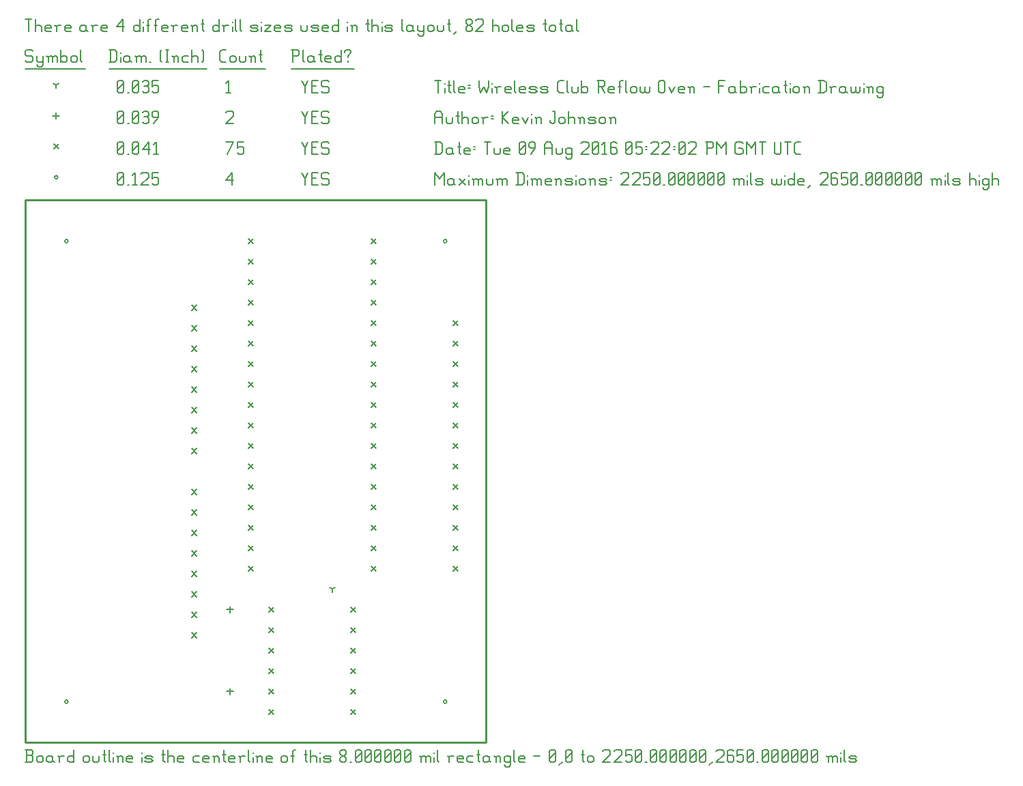
<source format=gbr>
G04 start of page 8 for group -3984 idx -3984 *
G04 Title: Wireless Club Reflow Oven, fab *
G04 Creator: pcb 20110918 *
G04 CreationDate: Tue 09 Aug 2016 05:22:02 PM GMT UTC *
G04 For: kevin *
G04 Format: Gerber/RS-274X *
G04 PCB-Dimensions: 225000 265000 *
G04 PCB-Coordinate-Origin: lower left *
%MOIN*%
%FSLAX25Y25*%
%LNFAB*%
%ADD49C,0.0100*%
%ADD48C,0.0075*%
%ADD47C,0.0060*%
%ADD46C,0.0080*%
G54D46*X19200Y245000D02*G75*G03X20800Y245000I800J0D01*G01*
G75*G03X19200Y245000I-800J0D01*G01*
X204200D02*G75*G03X205800Y245000I800J0D01*G01*
G75*G03X204200Y245000I-800J0D01*G01*
Y20000D02*G75*G03X205800Y20000I800J0D01*G01*
G75*G03X204200Y20000I-800J0D01*G01*
X19200D02*G75*G03X20800Y20000I800J0D01*G01*
G75*G03X19200Y20000I-800J0D01*G01*
X14200Y276250D02*G75*G03X15800Y276250I800J0D01*G01*
G75*G03X14200Y276250I-800J0D01*G01*
G54D47*X135000Y278500D02*X136500Y275500D01*
X138000Y278500D01*
X136500Y275500D02*Y272500D01*
X139800Y275800D02*X142050D01*
X139800Y272500D02*X142800D01*
X139800Y278500D02*Y272500D01*
Y278500D02*X142800D01*
X147600D02*X148350Y277750D01*
X145350Y278500D02*X147600D01*
X144600Y277750D02*X145350Y278500D01*
X144600Y277750D02*Y276250D01*
X145350Y275500D01*
X147600D01*
X148350Y274750D01*
Y273250D01*
X147600Y272500D02*X148350Y273250D01*
X145350Y272500D02*X147600D01*
X144600Y273250D02*X145350Y272500D01*
X98000Y274750D02*X101000Y278500D01*
X98000Y274750D02*X101750D01*
X101000Y278500D02*Y272500D01*
X45000Y273250D02*X45750Y272500D01*
X45000Y277750D02*Y273250D01*
Y277750D02*X45750Y278500D01*
X47250D01*
X48000Y277750D01*
Y273250D01*
X47250Y272500D02*X48000Y273250D01*
X45750Y272500D02*X47250D01*
X45000Y274000D02*X48000Y277000D01*
X49800Y272500D02*X50550D01*
X52350Y277300D02*X53550Y278500D01*
Y272500D01*
X52350D02*X54600D01*
X56400Y277750D02*X57150Y278500D01*
X59400D01*
X60150Y277750D01*
Y276250D01*
X56400Y272500D02*X60150Y276250D01*
X56400Y272500D02*X60150D01*
X61950Y278500D02*X64950D01*
X61950D02*Y275500D01*
X62700Y276250D01*
X64200D01*
X64950Y275500D01*
Y273250D01*
X64200Y272500D02*X64950Y273250D01*
X62700Y272500D02*X64200D01*
X61950Y273250D02*X62700Y272500D01*
X108800Y246200D02*X111200Y243800D01*
X108800D02*X111200Y246200D01*
X108800Y236200D02*X111200Y233800D01*
X108800D02*X111200Y236200D01*
X108800Y226200D02*X111200Y223800D01*
X108800D02*X111200Y226200D01*
X108800Y216200D02*X111200Y213800D01*
X108800D02*X111200Y216200D01*
X108800Y206200D02*X111200Y203800D01*
X108800D02*X111200Y206200D01*
X108800Y196200D02*X111200Y193800D01*
X108800D02*X111200Y196200D01*
X108800Y186200D02*X111200Y183800D01*
X108800D02*X111200Y186200D01*
X108800Y176200D02*X111200Y173800D01*
X108800D02*X111200Y176200D01*
X108800Y166200D02*X111200Y163800D01*
X108800D02*X111200Y166200D01*
X108800Y156200D02*X111200Y153800D01*
X108800D02*X111200Y156200D01*
X108800Y146200D02*X111200Y143800D01*
X108800D02*X111200Y146200D01*
X108800Y136200D02*X111200Y133800D01*
X108800D02*X111200Y136200D01*
X108800Y126200D02*X111200Y123800D01*
X108800D02*X111200Y126200D01*
X108800Y116200D02*X111200Y113800D01*
X108800D02*X111200Y116200D01*
X108800Y106200D02*X111200Y103800D01*
X108800D02*X111200Y106200D01*
X108800Y96200D02*X111200Y93800D01*
X108800D02*X111200Y96200D01*
X108800Y86200D02*X111200Y83800D01*
X108800D02*X111200Y86200D01*
X168800D02*X171200Y83800D01*
X168800D02*X171200Y86200D01*
X168800Y96200D02*X171200Y93800D01*
X168800D02*X171200Y96200D01*
X168800Y106200D02*X171200Y103800D01*
X168800D02*X171200Y106200D01*
X168800Y116200D02*X171200Y113800D01*
X168800D02*X171200Y116200D01*
X168800Y126200D02*X171200Y123800D01*
X168800D02*X171200Y126200D01*
X168800Y136200D02*X171200Y133800D01*
X168800D02*X171200Y136200D01*
X168800Y146200D02*X171200Y143800D01*
X168800D02*X171200Y146200D01*
X168800Y156200D02*X171200Y153800D01*
X168800D02*X171200Y156200D01*
X168800Y166200D02*X171200Y163800D01*
X168800D02*X171200Y166200D01*
X168800Y176200D02*X171200Y173800D01*
X168800D02*X171200Y176200D01*
X168800Y186200D02*X171200Y183800D01*
X168800D02*X171200Y186200D01*
X168800Y196200D02*X171200Y193800D01*
X168800D02*X171200Y196200D01*
X168800Y206200D02*X171200Y203800D01*
X168800D02*X171200Y206200D01*
X168800Y216200D02*X171200Y213800D01*
X168800D02*X171200Y216200D01*
X168800Y226200D02*X171200Y223800D01*
X168800D02*X171200Y226200D01*
X168800Y236200D02*X171200Y233800D01*
X168800D02*X171200Y236200D01*
X168800Y246200D02*X171200Y243800D01*
X168800D02*X171200Y246200D01*
X118800Y66200D02*X121200Y63800D01*
X118800D02*X121200Y66200D01*
X118800Y56200D02*X121200Y53800D01*
X118800D02*X121200Y56200D01*
X118800Y36200D02*X121200Y33800D01*
X118800D02*X121200Y36200D01*
X118800Y46200D02*X121200Y43800D01*
X118800D02*X121200Y46200D01*
X118800Y26200D02*X121200Y23800D01*
X118800D02*X121200Y26200D01*
X118800Y16200D02*X121200Y13800D01*
X118800D02*X121200Y16200D01*
X158800D02*X161200Y13800D01*
X158800D02*X161200Y16200D01*
X158800Y26200D02*X161200Y23800D01*
X158800D02*X161200Y26200D01*
X158800Y36200D02*X161200Y33800D01*
X158800D02*X161200Y36200D01*
X158800Y46200D02*X161200Y43800D01*
X158800D02*X161200Y46200D01*
X158800Y56200D02*X161200Y53800D01*
X158800D02*X161200Y56200D01*
X158800Y66200D02*X161200Y63800D01*
X158800D02*X161200Y66200D01*
X208800Y206200D02*X211200Y203800D01*
X208800D02*X211200Y206200D01*
X208800Y196200D02*X211200Y193800D01*
X208800D02*X211200Y196200D01*
X208800Y186200D02*X211200Y183800D01*
X208800D02*X211200Y186200D01*
X208800Y176200D02*X211200Y173800D01*
X208800D02*X211200Y176200D01*
X208800Y166200D02*X211200Y163800D01*
X208800D02*X211200Y166200D01*
X208800Y156200D02*X211200Y153800D01*
X208800D02*X211200Y156200D01*
X208800Y146200D02*X211200Y143800D01*
X208800D02*X211200Y146200D01*
X208800Y136200D02*X211200Y133800D01*
X208800D02*X211200Y136200D01*
X208800Y126200D02*X211200Y123800D01*
X208800D02*X211200Y126200D01*
X208800Y116200D02*X211200Y113800D01*
X208800D02*X211200Y116200D01*
X208800Y106200D02*X211200Y103800D01*
X208800D02*X211200Y106200D01*
X208800Y96200D02*X211200Y93800D01*
X208800D02*X211200Y96200D01*
X208800Y86200D02*X211200Y83800D01*
X208800D02*X211200Y86200D01*
X81300Y213700D02*X83700Y211300D01*
X81300D02*X83700Y213700D01*
X81300Y203700D02*X83700Y201300D01*
X81300D02*X83700Y203700D01*
X81300Y193700D02*X83700Y191300D01*
X81300D02*X83700Y193700D01*
X81300Y183700D02*X83700Y181300D01*
X81300D02*X83700Y183700D01*
X81300Y163700D02*X83700Y161300D01*
X81300D02*X83700Y163700D01*
X81300Y173700D02*X83700Y171300D01*
X81300D02*X83700Y173700D01*
X81300Y153700D02*X83700Y151300D01*
X81300D02*X83700Y153700D01*
X81300Y143700D02*X83700Y141300D01*
X81300D02*X83700Y143700D01*
X81300Y123700D02*X83700Y121300D01*
X81300D02*X83700Y123700D01*
X81300Y113700D02*X83700Y111300D01*
X81300D02*X83700Y113700D01*
X81300Y103700D02*X83700Y101300D01*
X81300D02*X83700Y103700D01*
X81300Y93700D02*X83700Y91300D01*
X81300D02*X83700Y93700D01*
X81300Y73700D02*X83700Y71300D01*
X81300D02*X83700Y73700D01*
X81300Y83700D02*X83700Y81300D01*
X81300D02*X83700Y83700D01*
X81300Y63700D02*X83700Y61300D01*
X81300D02*X83700Y63700D01*
X81300Y53700D02*X83700Y51300D01*
X81300D02*X83700Y53700D01*
X13800Y292450D02*X16200Y290050D01*
X13800D02*X16200Y292450D01*
X135000Y293500D02*X136500Y290500D01*
X138000Y293500D01*
X136500Y290500D02*Y287500D01*
X139800Y290800D02*X142050D01*
X139800Y287500D02*X142800D01*
X139800Y293500D02*Y287500D01*
Y293500D02*X142800D01*
X147600D02*X148350Y292750D01*
X145350Y293500D02*X147600D01*
X144600Y292750D02*X145350Y293500D01*
X144600Y292750D02*Y291250D01*
X145350Y290500D01*
X147600D01*
X148350Y289750D01*
Y288250D01*
X147600Y287500D02*X148350Y288250D01*
X145350Y287500D02*X147600D01*
X144600Y288250D02*X145350Y287500D01*
X98750D02*X101750Y293500D01*
X98000D02*X101750D01*
X103550D02*X106550D01*
X103550D02*Y290500D01*
X104300Y291250D01*
X105800D01*
X106550Y290500D01*
Y288250D01*
X105800Y287500D02*X106550Y288250D01*
X104300Y287500D02*X105800D01*
X103550Y288250D02*X104300Y287500D01*
X45000Y288250D02*X45750Y287500D01*
X45000Y292750D02*Y288250D01*
Y292750D02*X45750Y293500D01*
X47250D01*
X48000Y292750D01*
Y288250D01*
X47250Y287500D02*X48000Y288250D01*
X45750Y287500D02*X47250D01*
X45000Y289000D02*X48000Y292000D01*
X49800Y287500D02*X50550D01*
X52350Y288250D02*X53100Y287500D01*
X52350Y292750D02*Y288250D01*
Y292750D02*X53100Y293500D01*
X54600D01*
X55350Y292750D01*
Y288250D01*
X54600Y287500D02*X55350Y288250D01*
X53100Y287500D02*X54600D01*
X52350Y289000D02*X55350Y292000D01*
X57150Y289750D02*X60150Y293500D01*
X57150Y289750D02*X60900D01*
X60150Y293500D02*Y287500D01*
X62700Y292300D02*X63900Y293500D01*
Y287500D01*
X62700D02*X64950D01*
X100000Y26600D02*Y23400D01*
X98400Y25000D02*X101600D01*
X100000Y66600D02*Y63400D01*
X98400Y65000D02*X101600D01*
X15000Y307850D02*Y304650D01*
X13400Y306250D02*X16600D01*
X135000Y308500D02*X136500Y305500D01*
X138000Y308500D01*
X136500Y305500D02*Y302500D01*
X139800Y305800D02*X142050D01*
X139800Y302500D02*X142800D01*
X139800Y308500D02*Y302500D01*
Y308500D02*X142800D01*
X147600D02*X148350Y307750D01*
X145350Y308500D02*X147600D01*
X144600Y307750D02*X145350Y308500D01*
X144600Y307750D02*Y306250D01*
X145350Y305500D01*
X147600D01*
X148350Y304750D01*
Y303250D01*
X147600Y302500D02*X148350Y303250D01*
X145350Y302500D02*X147600D01*
X144600Y303250D02*X145350Y302500D01*
X98000Y307750D02*X98750Y308500D01*
X101000D01*
X101750Y307750D01*
Y306250D01*
X98000Y302500D02*X101750Y306250D01*
X98000Y302500D02*X101750D01*
X45000Y303250D02*X45750Y302500D01*
X45000Y307750D02*Y303250D01*
Y307750D02*X45750Y308500D01*
X47250D01*
X48000Y307750D01*
Y303250D01*
X47250Y302500D02*X48000Y303250D01*
X45750Y302500D02*X47250D01*
X45000Y304000D02*X48000Y307000D01*
X49800Y302500D02*X50550D01*
X52350Y303250D02*X53100Y302500D01*
X52350Y307750D02*Y303250D01*
Y307750D02*X53100Y308500D01*
X54600D01*
X55350Y307750D01*
Y303250D01*
X54600Y302500D02*X55350Y303250D01*
X53100Y302500D02*X54600D01*
X52350Y304000D02*X55350Y307000D01*
X57150Y307750D02*X57900Y308500D01*
X59400D01*
X60150Y307750D01*
X59400Y302500D02*X60150Y303250D01*
X57900Y302500D02*X59400D01*
X57150Y303250D02*X57900Y302500D01*
Y305800D02*X59400D01*
X60150Y307750D02*Y306550D01*
Y305050D02*Y303250D01*
Y305050D02*X59400Y305800D01*
X60150Y306550D02*X59400Y305800D01*
X62700Y302500D02*X64950Y305500D01*
Y307750D02*Y305500D01*
X64200Y308500D02*X64950Y307750D01*
X62700Y308500D02*X64200D01*
X61950Y307750D02*X62700Y308500D01*
X61950Y307750D02*Y306250D01*
X62700Y305500D01*
X64950D01*
X150000Y75000D02*Y73400D01*
Y75000D02*X151387Y75800D01*
X150000Y75000D02*X148613Y75800D01*
X15000Y321250D02*Y319650D01*
Y321250D02*X16387Y322050D01*
X15000Y321250D02*X13613Y322050D01*
X135000Y323500D02*X136500Y320500D01*
X138000Y323500D01*
X136500Y320500D02*Y317500D01*
X139800Y320800D02*X142050D01*
X139800Y317500D02*X142800D01*
X139800Y323500D02*Y317500D01*
Y323500D02*X142800D01*
X147600D02*X148350Y322750D01*
X145350Y323500D02*X147600D01*
X144600Y322750D02*X145350Y323500D01*
X144600Y322750D02*Y321250D01*
X145350Y320500D01*
X147600D01*
X148350Y319750D01*
Y318250D01*
X147600Y317500D02*X148350Y318250D01*
X145350Y317500D02*X147600D01*
X144600Y318250D02*X145350Y317500D01*
X98000Y322300D02*X99200Y323500D01*
Y317500D01*
X98000D02*X100250D01*
X45000Y318250D02*X45750Y317500D01*
X45000Y322750D02*Y318250D01*
Y322750D02*X45750Y323500D01*
X47250D01*
X48000Y322750D01*
Y318250D01*
X47250Y317500D02*X48000Y318250D01*
X45750Y317500D02*X47250D01*
X45000Y319000D02*X48000Y322000D01*
X49800Y317500D02*X50550D01*
X52350Y318250D02*X53100Y317500D01*
X52350Y322750D02*Y318250D01*
Y322750D02*X53100Y323500D01*
X54600D01*
X55350Y322750D01*
Y318250D01*
X54600Y317500D02*X55350Y318250D01*
X53100Y317500D02*X54600D01*
X52350Y319000D02*X55350Y322000D01*
X57150Y322750D02*X57900Y323500D01*
X59400D01*
X60150Y322750D01*
X59400Y317500D02*X60150Y318250D01*
X57900Y317500D02*X59400D01*
X57150Y318250D02*X57900Y317500D01*
Y320800D02*X59400D01*
X60150Y322750D02*Y321550D01*
Y320050D02*Y318250D01*
Y320050D02*X59400Y320800D01*
X60150Y321550D02*X59400Y320800D01*
X61950Y323500D02*X64950D01*
X61950D02*Y320500D01*
X62700Y321250D01*
X64200D01*
X64950Y320500D01*
Y318250D01*
X64200Y317500D02*X64950Y318250D01*
X62700Y317500D02*X64200D01*
X61950Y318250D02*X62700Y317500D01*
X3000Y338500D02*X3750Y337750D01*
X750Y338500D02*X3000D01*
X0Y337750D02*X750Y338500D01*
X0Y337750D02*Y336250D01*
X750Y335500D01*
X3000D01*
X3750Y334750D01*
Y333250D01*
X3000Y332500D02*X3750Y333250D01*
X750Y332500D02*X3000D01*
X0Y333250D02*X750Y332500D01*
X5550Y335500D02*Y333250D01*
X6300Y332500D01*
X8550Y335500D02*Y331000D01*
X7800Y330250D02*X8550Y331000D01*
X6300Y330250D02*X7800D01*
X5550Y331000D02*X6300Y330250D01*
Y332500D02*X7800D01*
X8550Y333250D01*
X11100Y334750D02*Y332500D01*
Y334750D02*X11850Y335500D01*
X12600D01*
X13350Y334750D01*
Y332500D01*
Y334750D02*X14100Y335500D01*
X14850D01*
X15600Y334750D01*
Y332500D01*
X10350Y335500D02*X11100Y334750D01*
X17400Y338500D02*Y332500D01*
Y333250D02*X18150Y332500D01*
X19650D01*
X20400Y333250D01*
Y334750D02*Y333250D01*
X19650Y335500D02*X20400Y334750D01*
X18150Y335500D02*X19650D01*
X17400Y334750D02*X18150Y335500D01*
X22200Y334750D02*Y333250D01*
Y334750D02*X22950Y335500D01*
X24450D01*
X25200Y334750D01*
Y333250D01*
X24450Y332500D02*X25200Y333250D01*
X22950Y332500D02*X24450D01*
X22200Y333250D02*X22950Y332500D01*
X27000Y338500D02*Y333250D01*
X27750Y332500D01*
X0Y329250D02*X29250D01*
X41750Y338500D02*Y332500D01*
X43700Y338500D02*X44750Y337450D01*
Y333550D01*
X43700Y332500D02*X44750Y333550D01*
X41000Y332500D02*X43700D01*
X41000Y338500D02*X43700D01*
G54D48*X46550Y337000D02*Y336850D01*
G54D47*Y334750D02*Y332500D01*
X50300Y335500D02*X51050Y334750D01*
X48800Y335500D02*X50300D01*
X48050Y334750D02*X48800Y335500D01*
X48050Y334750D02*Y333250D01*
X48800Y332500D01*
X51050Y335500D02*Y333250D01*
X51800Y332500D01*
X48800D02*X50300D01*
X51050Y333250D01*
X54350Y334750D02*Y332500D01*
Y334750D02*X55100Y335500D01*
X55850D01*
X56600Y334750D01*
Y332500D01*
Y334750D02*X57350Y335500D01*
X58100D01*
X58850Y334750D01*
Y332500D01*
X53600Y335500D02*X54350Y334750D01*
X60650Y332500D02*X61400D01*
X65900Y333250D02*X66650Y332500D01*
X65900Y337750D02*X66650Y338500D01*
X65900Y337750D02*Y333250D01*
X68450Y338500D02*X69950D01*
X69200D02*Y332500D01*
X68450D02*X69950D01*
X72500Y334750D02*Y332500D01*
Y334750D02*X73250Y335500D01*
X74000D01*
X74750Y334750D01*
Y332500D01*
X71750Y335500D02*X72500Y334750D01*
X77300Y335500D02*X79550D01*
X76550Y334750D02*X77300Y335500D01*
X76550Y334750D02*Y333250D01*
X77300Y332500D01*
X79550D01*
X81350Y338500D02*Y332500D01*
Y334750D02*X82100Y335500D01*
X83600D01*
X84350Y334750D01*
Y332500D01*
X86150Y338500D02*X86900Y337750D01*
Y333250D01*
X86150Y332500D02*X86900Y333250D01*
X41000Y329250D02*X88700D01*
X96050Y332500D02*X98000D01*
X95000Y333550D02*X96050Y332500D01*
X95000Y337450D02*Y333550D01*
Y337450D02*X96050Y338500D01*
X98000D01*
X99800Y334750D02*Y333250D01*
Y334750D02*X100550Y335500D01*
X102050D01*
X102800Y334750D01*
Y333250D01*
X102050Y332500D02*X102800Y333250D01*
X100550Y332500D02*X102050D01*
X99800Y333250D02*X100550Y332500D01*
X104600Y335500D02*Y333250D01*
X105350Y332500D01*
X106850D01*
X107600Y333250D01*
Y335500D02*Y333250D01*
X110150Y334750D02*Y332500D01*
Y334750D02*X110900Y335500D01*
X111650D01*
X112400Y334750D01*
Y332500D01*
X109400Y335500D02*X110150Y334750D01*
X114950Y338500D02*Y333250D01*
X115700Y332500D01*
X114200Y336250D02*X115700D01*
X95000Y329250D02*X117200D01*
X130750Y338500D02*Y332500D01*
X130000Y338500D02*X133000D01*
X133750Y337750D01*
Y336250D01*
X133000Y335500D02*X133750Y336250D01*
X130750Y335500D02*X133000D01*
X135550Y338500D02*Y333250D01*
X136300Y332500D01*
X140050Y335500D02*X140800Y334750D01*
X138550Y335500D02*X140050D01*
X137800Y334750D02*X138550Y335500D01*
X137800Y334750D02*Y333250D01*
X138550Y332500D01*
X140800Y335500D02*Y333250D01*
X141550Y332500D01*
X138550D02*X140050D01*
X140800Y333250D01*
X144100Y338500D02*Y333250D01*
X144850Y332500D01*
X143350Y336250D02*X144850D01*
X147100Y332500D02*X149350D01*
X146350Y333250D02*X147100Y332500D01*
X146350Y334750D02*Y333250D01*
Y334750D02*X147100Y335500D01*
X148600D01*
X149350Y334750D01*
X146350Y334000D02*X149350D01*
Y334750D02*Y334000D01*
X154150Y338500D02*Y332500D01*
X153400D02*X154150Y333250D01*
X151900Y332500D02*X153400D01*
X151150Y333250D02*X151900Y332500D01*
X151150Y334750D02*Y333250D01*
Y334750D02*X151900Y335500D01*
X153400D01*
X154150Y334750D01*
X157450Y335500D02*Y334750D01*
Y333250D02*Y332500D01*
X155950Y337750D02*Y337000D01*
Y337750D02*X156700Y338500D01*
X158200D01*
X158950Y337750D01*
Y337000D01*
X157450Y335500D02*X158950Y337000D01*
X130000Y329250D02*X160750D01*
X0Y353500D02*X3000D01*
X1500D02*Y347500D01*
X4800Y353500D02*Y347500D01*
Y349750D02*X5550Y350500D01*
X7050D01*
X7800Y349750D01*
Y347500D01*
X10350D02*X12600D01*
X9600Y348250D02*X10350Y347500D01*
X9600Y349750D02*Y348250D01*
Y349750D02*X10350Y350500D01*
X11850D01*
X12600Y349750D01*
X9600Y349000D02*X12600D01*
Y349750D02*Y349000D01*
X15150Y349750D02*Y347500D01*
Y349750D02*X15900Y350500D01*
X17400D01*
X14400D02*X15150Y349750D01*
X19950Y347500D02*X22200D01*
X19200Y348250D02*X19950Y347500D01*
X19200Y349750D02*Y348250D01*
Y349750D02*X19950Y350500D01*
X21450D01*
X22200Y349750D01*
X19200Y349000D02*X22200D01*
Y349750D02*Y349000D01*
X28950Y350500D02*X29700Y349750D01*
X27450Y350500D02*X28950D01*
X26700Y349750D02*X27450Y350500D01*
X26700Y349750D02*Y348250D01*
X27450Y347500D01*
X29700Y350500D02*Y348250D01*
X30450Y347500D01*
X27450D02*X28950D01*
X29700Y348250D01*
X33000Y349750D02*Y347500D01*
Y349750D02*X33750Y350500D01*
X35250D01*
X32250D02*X33000Y349750D01*
X37800Y347500D02*X40050D01*
X37050Y348250D02*X37800Y347500D01*
X37050Y349750D02*Y348250D01*
Y349750D02*X37800Y350500D01*
X39300D01*
X40050Y349750D01*
X37050Y349000D02*X40050D01*
Y349750D02*Y349000D01*
X44550Y349750D02*X47550Y353500D01*
X44550Y349750D02*X48300D01*
X47550Y353500D02*Y347500D01*
X55800Y353500D02*Y347500D01*
X55050D02*X55800Y348250D01*
X53550Y347500D02*X55050D01*
X52800Y348250D02*X53550Y347500D01*
X52800Y349750D02*Y348250D01*
Y349750D02*X53550Y350500D01*
X55050D01*
X55800Y349750D01*
G54D48*X57600Y352000D02*Y351850D01*
G54D47*Y349750D02*Y347500D01*
X59850Y352750D02*Y347500D01*
Y352750D02*X60600Y353500D01*
X61350D01*
X59100Y350500D02*X60600D01*
X63600Y352750D02*Y347500D01*
Y352750D02*X64350Y353500D01*
X65100D01*
X62850Y350500D02*X64350D01*
X67350Y347500D02*X69600D01*
X66600Y348250D02*X67350Y347500D01*
X66600Y349750D02*Y348250D01*
Y349750D02*X67350Y350500D01*
X68850D01*
X69600Y349750D01*
X66600Y349000D02*X69600D01*
Y349750D02*Y349000D01*
X72150Y349750D02*Y347500D01*
Y349750D02*X72900Y350500D01*
X74400D01*
X71400D02*X72150Y349750D01*
X76950Y347500D02*X79200D01*
X76200Y348250D02*X76950Y347500D01*
X76200Y349750D02*Y348250D01*
Y349750D02*X76950Y350500D01*
X78450D01*
X79200Y349750D01*
X76200Y349000D02*X79200D01*
Y349750D02*Y349000D01*
X81750Y349750D02*Y347500D01*
Y349750D02*X82500Y350500D01*
X83250D01*
X84000Y349750D01*
Y347500D01*
X81000Y350500D02*X81750Y349750D01*
X86550Y353500D02*Y348250D01*
X87300Y347500D01*
X85800Y351250D02*X87300D01*
X94500Y353500D02*Y347500D01*
X93750D02*X94500Y348250D01*
X92250Y347500D02*X93750D01*
X91500Y348250D02*X92250Y347500D01*
X91500Y349750D02*Y348250D01*
Y349750D02*X92250Y350500D01*
X93750D01*
X94500Y349750D01*
X97050D02*Y347500D01*
Y349750D02*X97800Y350500D01*
X99300D01*
X96300D02*X97050Y349750D01*
G54D48*X101100Y352000D02*Y351850D01*
G54D47*Y349750D02*Y347500D01*
X102600Y353500D02*Y348250D01*
X103350Y347500D01*
X104850Y353500D02*Y348250D01*
X105600Y347500D01*
X110550D02*X112800D01*
X113550Y348250D01*
X112800Y349000D02*X113550Y348250D01*
X110550Y349000D02*X112800D01*
X109800Y349750D02*X110550Y349000D01*
X109800Y349750D02*X110550Y350500D01*
X112800D01*
X113550Y349750D01*
X109800Y348250D02*X110550Y347500D01*
G54D48*X115350Y352000D02*Y351850D01*
G54D47*Y349750D02*Y347500D01*
X116850Y350500D02*X119850D01*
X116850Y347500D02*X119850Y350500D01*
X116850Y347500D02*X119850D01*
X122400D02*X124650D01*
X121650Y348250D02*X122400Y347500D01*
X121650Y349750D02*Y348250D01*
Y349750D02*X122400Y350500D01*
X123900D01*
X124650Y349750D01*
X121650Y349000D02*X124650D01*
Y349750D02*Y349000D01*
X127200Y347500D02*X129450D01*
X130200Y348250D01*
X129450Y349000D02*X130200Y348250D01*
X127200Y349000D02*X129450D01*
X126450Y349750D02*X127200Y349000D01*
X126450Y349750D02*X127200Y350500D01*
X129450D01*
X130200Y349750D01*
X126450Y348250D02*X127200Y347500D01*
X134700Y350500D02*Y348250D01*
X135450Y347500D01*
X136950D01*
X137700Y348250D01*
Y350500D02*Y348250D01*
X140250Y347500D02*X142500D01*
X143250Y348250D01*
X142500Y349000D02*X143250Y348250D01*
X140250Y349000D02*X142500D01*
X139500Y349750D02*X140250Y349000D01*
X139500Y349750D02*X140250Y350500D01*
X142500D01*
X143250Y349750D01*
X139500Y348250D02*X140250Y347500D01*
X145800D02*X148050D01*
X145050Y348250D02*X145800Y347500D01*
X145050Y349750D02*Y348250D01*
Y349750D02*X145800Y350500D01*
X147300D01*
X148050Y349750D01*
X145050Y349000D02*X148050D01*
Y349750D02*Y349000D01*
X152850Y353500D02*Y347500D01*
X152100D02*X152850Y348250D01*
X150600Y347500D02*X152100D01*
X149850Y348250D02*X150600Y347500D01*
X149850Y349750D02*Y348250D01*
Y349750D02*X150600Y350500D01*
X152100D01*
X152850Y349750D01*
G54D48*X157350Y352000D02*Y351850D01*
G54D47*Y349750D02*Y347500D01*
X159600Y349750D02*Y347500D01*
Y349750D02*X160350Y350500D01*
X161100D01*
X161850Y349750D01*
Y347500D01*
X158850Y350500D02*X159600Y349750D01*
X167100Y353500D02*Y348250D01*
X167850Y347500D01*
X166350Y351250D02*X167850D01*
X169350Y353500D02*Y347500D01*
Y349750D02*X170100Y350500D01*
X171600D01*
X172350Y349750D01*
Y347500D01*
G54D48*X174150Y352000D02*Y351850D01*
G54D47*Y349750D02*Y347500D01*
X176400D02*X178650D01*
X179400Y348250D01*
X178650Y349000D02*X179400Y348250D01*
X176400Y349000D02*X178650D01*
X175650Y349750D02*X176400Y349000D01*
X175650Y349750D02*X176400Y350500D01*
X178650D01*
X179400Y349750D01*
X175650Y348250D02*X176400Y347500D01*
X183900Y353500D02*Y348250D01*
X184650Y347500D01*
X188400Y350500D02*X189150Y349750D01*
X186900Y350500D02*X188400D01*
X186150Y349750D02*X186900Y350500D01*
X186150Y349750D02*Y348250D01*
X186900Y347500D01*
X189150Y350500D02*Y348250D01*
X189900Y347500D01*
X186900D02*X188400D01*
X189150Y348250D01*
X191700Y350500D02*Y348250D01*
X192450Y347500D01*
X194700Y350500D02*Y346000D01*
X193950Y345250D02*X194700Y346000D01*
X192450Y345250D02*X193950D01*
X191700Y346000D02*X192450Y345250D01*
Y347500D02*X193950D01*
X194700Y348250D01*
X196500Y349750D02*Y348250D01*
Y349750D02*X197250Y350500D01*
X198750D01*
X199500Y349750D01*
Y348250D01*
X198750Y347500D02*X199500Y348250D01*
X197250Y347500D02*X198750D01*
X196500Y348250D02*X197250Y347500D01*
X201300Y350500D02*Y348250D01*
X202050Y347500D01*
X203550D01*
X204300Y348250D01*
Y350500D02*Y348250D01*
X206850Y353500D02*Y348250D01*
X207600Y347500D01*
X206100Y351250D02*X207600D01*
X209100Y346000D02*X210600Y347500D01*
X215100Y348250D02*X215850Y347500D01*
X215100Y349450D02*Y348250D01*
Y349450D02*X216150Y350500D01*
X217050D01*
X218100Y349450D01*
Y348250D01*
X217350Y347500D02*X218100Y348250D01*
X215850Y347500D02*X217350D01*
X215100Y351550D02*X216150Y350500D01*
X215100Y352750D02*Y351550D01*
Y352750D02*X215850Y353500D01*
X217350D01*
X218100Y352750D01*
Y351550D01*
X217050Y350500D02*X218100Y351550D01*
X219900Y352750D02*X220650Y353500D01*
X222900D01*
X223650Y352750D01*
Y351250D01*
X219900Y347500D02*X223650Y351250D01*
X219900Y347500D02*X223650D01*
X228150Y353500D02*Y347500D01*
Y349750D02*X228900Y350500D01*
X230400D01*
X231150Y349750D01*
Y347500D01*
X232950Y349750D02*Y348250D01*
Y349750D02*X233700Y350500D01*
X235200D01*
X235950Y349750D01*
Y348250D01*
X235200Y347500D02*X235950Y348250D01*
X233700Y347500D02*X235200D01*
X232950Y348250D02*X233700Y347500D01*
X237750Y353500D02*Y348250D01*
X238500Y347500D01*
X240750D02*X243000D01*
X240000Y348250D02*X240750Y347500D01*
X240000Y349750D02*Y348250D01*
Y349750D02*X240750Y350500D01*
X242250D01*
X243000Y349750D01*
X240000Y349000D02*X243000D01*
Y349750D02*Y349000D01*
X245550Y347500D02*X247800D01*
X248550Y348250D01*
X247800Y349000D02*X248550Y348250D01*
X245550Y349000D02*X247800D01*
X244800Y349750D02*X245550Y349000D01*
X244800Y349750D02*X245550Y350500D01*
X247800D01*
X248550Y349750D01*
X244800Y348250D02*X245550Y347500D01*
X253800Y353500D02*Y348250D01*
X254550Y347500D01*
X253050Y351250D02*X254550D01*
X256050Y349750D02*Y348250D01*
Y349750D02*X256800Y350500D01*
X258300D01*
X259050Y349750D01*
Y348250D01*
X258300Y347500D02*X259050Y348250D01*
X256800Y347500D02*X258300D01*
X256050Y348250D02*X256800Y347500D01*
X261600Y353500D02*Y348250D01*
X262350Y347500D01*
X260850Y351250D02*X262350D01*
X266100Y350500D02*X266850Y349750D01*
X264600Y350500D02*X266100D01*
X263850Y349750D02*X264600Y350500D01*
X263850Y349750D02*Y348250D01*
X264600Y347500D01*
X266850Y350500D02*Y348250D01*
X267600Y347500D01*
X264600D02*X266100D01*
X266850Y348250D01*
X269400Y353500D02*Y348250D01*
X270150Y347500D01*
G54D49*X0Y265000D02*X225000D01*
X0D02*Y0D01*
X225000Y265000D02*Y0D01*
X0D02*X225000D01*
G54D47*X200000Y278500D02*Y272500D01*
Y278500D02*X202250Y275500D01*
X204500Y278500D01*
Y272500D01*
X208550Y275500D02*X209300Y274750D01*
X207050Y275500D02*X208550D01*
X206300Y274750D02*X207050Y275500D01*
X206300Y274750D02*Y273250D01*
X207050Y272500D01*
X209300Y275500D02*Y273250D01*
X210050Y272500D01*
X207050D02*X208550D01*
X209300Y273250D01*
X211850Y275500D02*X214850Y272500D01*
X211850D02*X214850Y275500D01*
G54D48*X216650Y277000D02*Y276850D01*
G54D47*Y274750D02*Y272500D01*
X218900Y274750D02*Y272500D01*
Y274750D02*X219650Y275500D01*
X220400D01*
X221150Y274750D01*
Y272500D01*
Y274750D02*X221900Y275500D01*
X222650D01*
X223400Y274750D01*
Y272500D01*
X218150Y275500D02*X218900Y274750D01*
X225200Y275500D02*Y273250D01*
X225950Y272500D01*
X227450D01*
X228200Y273250D01*
Y275500D02*Y273250D01*
X230750Y274750D02*Y272500D01*
Y274750D02*X231500Y275500D01*
X232250D01*
X233000Y274750D01*
Y272500D01*
Y274750D02*X233750Y275500D01*
X234500D01*
X235250Y274750D01*
Y272500D01*
X230000Y275500D02*X230750Y274750D01*
X240500Y278500D02*Y272500D01*
X242450Y278500D02*X243500Y277450D01*
Y273550D01*
X242450Y272500D02*X243500Y273550D01*
X239750Y272500D02*X242450D01*
X239750Y278500D02*X242450D01*
G54D48*X245300Y277000D02*Y276850D01*
G54D47*Y274750D02*Y272500D01*
X247550Y274750D02*Y272500D01*
Y274750D02*X248300Y275500D01*
X249050D01*
X249800Y274750D01*
Y272500D01*
Y274750D02*X250550Y275500D01*
X251300D01*
X252050Y274750D01*
Y272500D01*
X246800Y275500D02*X247550Y274750D01*
X254600Y272500D02*X256850D01*
X253850Y273250D02*X254600Y272500D01*
X253850Y274750D02*Y273250D01*
Y274750D02*X254600Y275500D01*
X256100D01*
X256850Y274750D01*
X253850Y274000D02*X256850D01*
Y274750D02*Y274000D01*
X259400Y274750D02*Y272500D01*
Y274750D02*X260150Y275500D01*
X260900D01*
X261650Y274750D01*
Y272500D01*
X258650Y275500D02*X259400Y274750D01*
X264200Y272500D02*X266450D01*
X267200Y273250D01*
X266450Y274000D02*X267200Y273250D01*
X264200Y274000D02*X266450D01*
X263450Y274750D02*X264200Y274000D01*
X263450Y274750D02*X264200Y275500D01*
X266450D01*
X267200Y274750D01*
X263450Y273250D02*X264200Y272500D01*
G54D48*X269000Y277000D02*Y276850D01*
G54D47*Y274750D02*Y272500D01*
X270500Y274750D02*Y273250D01*
Y274750D02*X271250Y275500D01*
X272750D01*
X273500Y274750D01*
Y273250D01*
X272750Y272500D02*X273500Y273250D01*
X271250Y272500D02*X272750D01*
X270500Y273250D02*X271250Y272500D01*
X276050Y274750D02*Y272500D01*
Y274750D02*X276800Y275500D01*
X277550D01*
X278300Y274750D01*
Y272500D01*
X275300Y275500D02*X276050Y274750D01*
X280850Y272500D02*X283100D01*
X283850Y273250D01*
X283100Y274000D02*X283850Y273250D01*
X280850Y274000D02*X283100D01*
X280100Y274750D02*X280850Y274000D01*
X280100Y274750D02*X280850Y275500D01*
X283100D01*
X283850Y274750D01*
X280100Y273250D02*X280850Y272500D01*
X285650Y276250D02*X286400D01*
X285650Y274750D02*X286400D01*
X290900Y277750D02*X291650Y278500D01*
X293900D01*
X294650Y277750D01*
Y276250D01*
X290900Y272500D02*X294650Y276250D01*
X290900Y272500D02*X294650D01*
X296450Y277750D02*X297200Y278500D01*
X299450D01*
X300200Y277750D01*
Y276250D01*
X296450Y272500D02*X300200Y276250D01*
X296450Y272500D02*X300200D01*
X302000Y278500D02*X305000D01*
X302000D02*Y275500D01*
X302750Y276250D01*
X304250D01*
X305000Y275500D01*
Y273250D01*
X304250Y272500D02*X305000Y273250D01*
X302750Y272500D02*X304250D01*
X302000Y273250D02*X302750Y272500D01*
X306800Y273250D02*X307550Y272500D01*
X306800Y277750D02*Y273250D01*
Y277750D02*X307550Y278500D01*
X309050D01*
X309800Y277750D01*
Y273250D01*
X309050Y272500D02*X309800Y273250D01*
X307550Y272500D02*X309050D01*
X306800Y274000D02*X309800Y277000D01*
X311600Y272500D02*X312350D01*
X314150Y273250D02*X314900Y272500D01*
X314150Y277750D02*Y273250D01*
Y277750D02*X314900Y278500D01*
X316400D01*
X317150Y277750D01*
Y273250D01*
X316400Y272500D02*X317150Y273250D01*
X314900Y272500D02*X316400D01*
X314150Y274000D02*X317150Y277000D01*
X318950Y273250D02*X319700Y272500D01*
X318950Y277750D02*Y273250D01*
Y277750D02*X319700Y278500D01*
X321200D01*
X321950Y277750D01*
Y273250D01*
X321200Y272500D02*X321950Y273250D01*
X319700Y272500D02*X321200D01*
X318950Y274000D02*X321950Y277000D01*
X323750Y273250D02*X324500Y272500D01*
X323750Y277750D02*Y273250D01*
Y277750D02*X324500Y278500D01*
X326000D01*
X326750Y277750D01*
Y273250D01*
X326000Y272500D02*X326750Y273250D01*
X324500Y272500D02*X326000D01*
X323750Y274000D02*X326750Y277000D01*
X328550Y273250D02*X329300Y272500D01*
X328550Y277750D02*Y273250D01*
Y277750D02*X329300Y278500D01*
X330800D01*
X331550Y277750D01*
Y273250D01*
X330800Y272500D02*X331550Y273250D01*
X329300Y272500D02*X330800D01*
X328550Y274000D02*X331550Y277000D01*
X333350Y273250D02*X334100Y272500D01*
X333350Y277750D02*Y273250D01*
Y277750D02*X334100Y278500D01*
X335600D01*
X336350Y277750D01*
Y273250D01*
X335600Y272500D02*X336350Y273250D01*
X334100Y272500D02*X335600D01*
X333350Y274000D02*X336350Y277000D01*
X338150Y273250D02*X338900Y272500D01*
X338150Y277750D02*Y273250D01*
Y277750D02*X338900Y278500D01*
X340400D01*
X341150Y277750D01*
Y273250D01*
X340400Y272500D02*X341150Y273250D01*
X338900Y272500D02*X340400D01*
X338150Y274000D02*X341150Y277000D01*
X346400Y274750D02*Y272500D01*
Y274750D02*X347150Y275500D01*
X347900D01*
X348650Y274750D01*
Y272500D01*
Y274750D02*X349400Y275500D01*
X350150D01*
X350900Y274750D01*
Y272500D01*
X345650Y275500D02*X346400Y274750D01*
G54D48*X352700Y277000D02*Y276850D01*
G54D47*Y274750D02*Y272500D01*
X354200Y278500D02*Y273250D01*
X354950Y272500D01*
X357200D02*X359450D01*
X360200Y273250D01*
X359450Y274000D02*X360200Y273250D01*
X357200Y274000D02*X359450D01*
X356450Y274750D02*X357200Y274000D01*
X356450Y274750D02*X357200Y275500D01*
X359450D01*
X360200Y274750D01*
X356450Y273250D02*X357200Y272500D01*
X364700Y275500D02*Y273250D01*
X365450Y272500D01*
X366200D01*
X366950Y273250D01*
Y275500D02*Y273250D01*
X367700Y272500D01*
X368450D01*
X369200Y273250D01*
Y275500D02*Y273250D01*
G54D48*X371000Y277000D02*Y276850D01*
G54D47*Y274750D02*Y272500D01*
X375500Y278500D02*Y272500D01*
X374750D02*X375500Y273250D01*
X373250Y272500D02*X374750D01*
X372500Y273250D02*X373250Y272500D01*
X372500Y274750D02*Y273250D01*
Y274750D02*X373250Y275500D01*
X374750D01*
X375500Y274750D01*
X378050Y272500D02*X380300D01*
X377300Y273250D02*X378050Y272500D01*
X377300Y274750D02*Y273250D01*
Y274750D02*X378050Y275500D01*
X379550D01*
X380300Y274750D01*
X377300Y274000D02*X380300D01*
Y274750D02*Y274000D01*
X382100Y271000D02*X383600Y272500D01*
X388100Y277750D02*X388850Y278500D01*
X391100D01*
X391850Y277750D01*
Y276250D01*
X388100Y272500D02*X391850Y276250D01*
X388100Y272500D02*X391850D01*
X395900Y278500D02*X396650Y277750D01*
X394400Y278500D02*X395900D01*
X393650Y277750D02*X394400Y278500D01*
X393650Y277750D02*Y273250D01*
X394400Y272500D01*
X395900Y275800D02*X396650Y275050D01*
X393650Y275800D02*X395900D01*
X394400Y272500D02*X395900D01*
X396650Y273250D01*
Y275050D02*Y273250D01*
X398450Y278500D02*X401450D01*
X398450D02*Y275500D01*
X399200Y276250D01*
X400700D01*
X401450Y275500D01*
Y273250D01*
X400700Y272500D02*X401450Y273250D01*
X399200Y272500D02*X400700D01*
X398450Y273250D02*X399200Y272500D01*
X403250Y273250D02*X404000Y272500D01*
X403250Y277750D02*Y273250D01*
Y277750D02*X404000Y278500D01*
X405500D01*
X406250Y277750D01*
Y273250D01*
X405500Y272500D02*X406250Y273250D01*
X404000Y272500D02*X405500D01*
X403250Y274000D02*X406250Y277000D01*
X408050Y272500D02*X408800D01*
X410600Y273250D02*X411350Y272500D01*
X410600Y277750D02*Y273250D01*
Y277750D02*X411350Y278500D01*
X412850D01*
X413600Y277750D01*
Y273250D01*
X412850Y272500D02*X413600Y273250D01*
X411350Y272500D02*X412850D01*
X410600Y274000D02*X413600Y277000D01*
X415400Y273250D02*X416150Y272500D01*
X415400Y277750D02*Y273250D01*
Y277750D02*X416150Y278500D01*
X417650D01*
X418400Y277750D01*
Y273250D01*
X417650Y272500D02*X418400Y273250D01*
X416150Y272500D02*X417650D01*
X415400Y274000D02*X418400Y277000D01*
X420200Y273250D02*X420950Y272500D01*
X420200Y277750D02*Y273250D01*
Y277750D02*X420950Y278500D01*
X422450D01*
X423200Y277750D01*
Y273250D01*
X422450Y272500D02*X423200Y273250D01*
X420950Y272500D02*X422450D01*
X420200Y274000D02*X423200Y277000D01*
X425000Y273250D02*X425750Y272500D01*
X425000Y277750D02*Y273250D01*
Y277750D02*X425750Y278500D01*
X427250D01*
X428000Y277750D01*
Y273250D01*
X427250Y272500D02*X428000Y273250D01*
X425750Y272500D02*X427250D01*
X425000Y274000D02*X428000Y277000D01*
X429800Y273250D02*X430550Y272500D01*
X429800Y277750D02*Y273250D01*
Y277750D02*X430550Y278500D01*
X432050D01*
X432800Y277750D01*
Y273250D01*
X432050Y272500D02*X432800Y273250D01*
X430550Y272500D02*X432050D01*
X429800Y274000D02*X432800Y277000D01*
X434600Y273250D02*X435350Y272500D01*
X434600Y277750D02*Y273250D01*
Y277750D02*X435350Y278500D01*
X436850D01*
X437600Y277750D01*
Y273250D01*
X436850Y272500D02*X437600Y273250D01*
X435350Y272500D02*X436850D01*
X434600Y274000D02*X437600Y277000D01*
X442850Y274750D02*Y272500D01*
Y274750D02*X443600Y275500D01*
X444350D01*
X445100Y274750D01*
Y272500D01*
Y274750D02*X445850Y275500D01*
X446600D01*
X447350Y274750D01*
Y272500D01*
X442100Y275500D02*X442850Y274750D01*
G54D48*X449150Y277000D02*Y276850D01*
G54D47*Y274750D02*Y272500D01*
X450650Y278500D02*Y273250D01*
X451400Y272500D01*
X453650D02*X455900D01*
X456650Y273250D01*
X455900Y274000D02*X456650Y273250D01*
X453650Y274000D02*X455900D01*
X452900Y274750D02*X453650Y274000D01*
X452900Y274750D02*X453650Y275500D01*
X455900D01*
X456650Y274750D01*
X452900Y273250D02*X453650Y272500D01*
X461150Y278500D02*Y272500D01*
Y274750D02*X461900Y275500D01*
X463400D01*
X464150Y274750D01*
Y272500D01*
G54D48*X465950Y277000D02*Y276850D01*
G54D47*Y274750D02*Y272500D01*
X469700Y275500D02*X470450Y274750D01*
X468200Y275500D02*X469700D01*
X467450Y274750D02*X468200Y275500D01*
X467450Y274750D02*Y273250D01*
X468200Y272500D01*
X469700D01*
X470450Y273250D01*
X467450Y271000D02*X468200Y270250D01*
X469700D01*
X470450Y271000D01*
Y275500D02*Y271000D01*
X472250Y278500D02*Y272500D01*
Y274750D02*X473000Y275500D01*
X474500D01*
X475250Y274750D01*
Y272500D01*
X0Y-9500D02*X3000D01*
X3750Y-8750D01*
Y-6950D02*Y-8750D01*
X3000Y-6200D02*X3750Y-6950D01*
X750Y-6200D02*X3000D01*
X750Y-3500D02*Y-9500D01*
X0Y-3500D02*X3000D01*
X3750Y-4250D01*
Y-5450D01*
X3000Y-6200D02*X3750Y-5450D01*
X5550Y-7250D02*Y-8750D01*
Y-7250D02*X6300Y-6500D01*
X7800D01*
X8550Y-7250D01*
Y-8750D01*
X7800Y-9500D02*X8550Y-8750D01*
X6300Y-9500D02*X7800D01*
X5550Y-8750D02*X6300Y-9500D01*
X12600Y-6500D02*X13350Y-7250D01*
X11100Y-6500D02*X12600D01*
X10350Y-7250D02*X11100Y-6500D01*
X10350Y-7250D02*Y-8750D01*
X11100Y-9500D01*
X13350Y-6500D02*Y-8750D01*
X14100Y-9500D01*
X11100D02*X12600D01*
X13350Y-8750D01*
X16650Y-7250D02*Y-9500D01*
Y-7250D02*X17400Y-6500D01*
X18900D01*
X15900D02*X16650Y-7250D01*
X23700Y-3500D02*Y-9500D01*
X22950D02*X23700Y-8750D01*
X21450Y-9500D02*X22950D01*
X20700Y-8750D02*X21450Y-9500D01*
X20700Y-7250D02*Y-8750D01*
Y-7250D02*X21450Y-6500D01*
X22950D01*
X23700Y-7250D01*
X28200D02*Y-8750D01*
Y-7250D02*X28950Y-6500D01*
X30450D01*
X31200Y-7250D01*
Y-8750D01*
X30450Y-9500D02*X31200Y-8750D01*
X28950Y-9500D02*X30450D01*
X28200Y-8750D02*X28950Y-9500D01*
X33000Y-6500D02*Y-8750D01*
X33750Y-9500D01*
X35250D01*
X36000Y-8750D01*
Y-6500D02*Y-8750D01*
X38550Y-3500D02*Y-8750D01*
X39300Y-9500D01*
X37800Y-5750D02*X39300D01*
X40800Y-3500D02*Y-8750D01*
X41550Y-9500D01*
G54D48*X43050Y-5000D02*Y-5150D01*
G54D47*Y-7250D02*Y-9500D01*
X45300Y-7250D02*Y-9500D01*
Y-7250D02*X46050Y-6500D01*
X46800D01*
X47550Y-7250D01*
Y-9500D01*
X44550Y-6500D02*X45300Y-7250D01*
X50100Y-9500D02*X52350D01*
X49350Y-8750D02*X50100Y-9500D01*
X49350Y-7250D02*Y-8750D01*
Y-7250D02*X50100Y-6500D01*
X51600D01*
X52350Y-7250D01*
X49350Y-8000D02*X52350D01*
Y-7250D02*Y-8000D01*
G54D48*X56850Y-5000D02*Y-5150D01*
G54D47*Y-7250D02*Y-9500D01*
X59100D02*X61350D01*
X62100Y-8750D01*
X61350Y-8000D02*X62100Y-8750D01*
X59100Y-8000D02*X61350D01*
X58350Y-7250D02*X59100Y-8000D01*
X58350Y-7250D02*X59100Y-6500D01*
X61350D01*
X62100Y-7250D01*
X58350Y-8750D02*X59100Y-9500D01*
X67350Y-3500D02*Y-8750D01*
X68100Y-9500D01*
X66600Y-5750D02*X68100D01*
X69600Y-3500D02*Y-9500D01*
Y-7250D02*X70350Y-6500D01*
X71850D01*
X72600Y-7250D01*
Y-9500D01*
X75150D02*X77400D01*
X74400Y-8750D02*X75150Y-9500D01*
X74400Y-7250D02*Y-8750D01*
Y-7250D02*X75150Y-6500D01*
X76650D01*
X77400Y-7250D01*
X74400Y-8000D02*X77400D01*
Y-7250D02*Y-8000D01*
X82650Y-6500D02*X84900D01*
X81900Y-7250D02*X82650Y-6500D01*
X81900Y-7250D02*Y-8750D01*
X82650Y-9500D01*
X84900D01*
X87450D02*X89700D01*
X86700Y-8750D02*X87450Y-9500D01*
X86700Y-7250D02*Y-8750D01*
Y-7250D02*X87450Y-6500D01*
X88950D01*
X89700Y-7250D01*
X86700Y-8000D02*X89700D01*
Y-7250D02*Y-8000D01*
X92250Y-7250D02*Y-9500D01*
Y-7250D02*X93000Y-6500D01*
X93750D01*
X94500Y-7250D01*
Y-9500D01*
X91500Y-6500D02*X92250Y-7250D01*
X97050Y-3500D02*Y-8750D01*
X97800Y-9500D01*
X96300Y-5750D02*X97800D01*
X100050Y-9500D02*X102300D01*
X99300Y-8750D02*X100050Y-9500D01*
X99300Y-7250D02*Y-8750D01*
Y-7250D02*X100050Y-6500D01*
X101550D01*
X102300Y-7250D01*
X99300Y-8000D02*X102300D01*
Y-7250D02*Y-8000D01*
X104850Y-7250D02*Y-9500D01*
Y-7250D02*X105600Y-6500D01*
X107100D01*
X104100D02*X104850Y-7250D01*
X108900Y-3500D02*Y-8750D01*
X109650Y-9500D01*
G54D48*X111150Y-5000D02*Y-5150D01*
G54D47*Y-7250D02*Y-9500D01*
X113400Y-7250D02*Y-9500D01*
Y-7250D02*X114150Y-6500D01*
X114900D01*
X115650Y-7250D01*
Y-9500D01*
X112650Y-6500D02*X113400Y-7250D01*
X118200Y-9500D02*X120450D01*
X117450Y-8750D02*X118200Y-9500D01*
X117450Y-7250D02*Y-8750D01*
Y-7250D02*X118200Y-6500D01*
X119700D01*
X120450Y-7250D01*
X117450Y-8000D02*X120450D01*
Y-7250D02*Y-8000D01*
X124950Y-7250D02*Y-8750D01*
Y-7250D02*X125700Y-6500D01*
X127200D01*
X127950Y-7250D01*
Y-8750D01*
X127200Y-9500D02*X127950Y-8750D01*
X125700Y-9500D02*X127200D01*
X124950Y-8750D02*X125700Y-9500D01*
X130500Y-4250D02*Y-9500D01*
Y-4250D02*X131250Y-3500D01*
X132000D01*
X129750Y-6500D02*X131250D01*
X136950Y-3500D02*Y-8750D01*
X137700Y-9500D01*
X136200Y-5750D02*X137700D01*
X139200Y-3500D02*Y-9500D01*
Y-7250D02*X139950Y-6500D01*
X141450D01*
X142200Y-7250D01*
Y-9500D01*
G54D48*X144000Y-5000D02*Y-5150D01*
G54D47*Y-7250D02*Y-9500D01*
X146250D02*X148500D01*
X149250Y-8750D01*
X148500Y-8000D02*X149250Y-8750D01*
X146250Y-8000D02*X148500D01*
X145500Y-7250D02*X146250Y-8000D01*
X145500Y-7250D02*X146250Y-6500D01*
X148500D01*
X149250Y-7250D01*
X145500Y-8750D02*X146250Y-9500D01*
X153750Y-8750D02*X154500Y-9500D01*
X153750Y-7550D02*Y-8750D01*
Y-7550D02*X154800Y-6500D01*
X155700D01*
X156750Y-7550D01*
Y-8750D01*
X156000Y-9500D02*X156750Y-8750D01*
X154500Y-9500D02*X156000D01*
X153750Y-5450D02*X154800Y-6500D01*
X153750Y-4250D02*Y-5450D01*
Y-4250D02*X154500Y-3500D01*
X156000D01*
X156750Y-4250D01*
Y-5450D01*
X155700Y-6500D02*X156750Y-5450D01*
X158550Y-9500D02*X159300D01*
X161100Y-8750D02*X161850Y-9500D01*
X161100Y-4250D02*Y-8750D01*
Y-4250D02*X161850Y-3500D01*
X163350D01*
X164100Y-4250D01*
Y-8750D01*
X163350Y-9500D02*X164100Y-8750D01*
X161850Y-9500D02*X163350D01*
X161100Y-8000D02*X164100Y-5000D01*
X165900Y-8750D02*X166650Y-9500D01*
X165900Y-4250D02*Y-8750D01*
Y-4250D02*X166650Y-3500D01*
X168150D01*
X168900Y-4250D01*
Y-8750D01*
X168150Y-9500D02*X168900Y-8750D01*
X166650Y-9500D02*X168150D01*
X165900Y-8000D02*X168900Y-5000D01*
X170700Y-8750D02*X171450Y-9500D01*
X170700Y-4250D02*Y-8750D01*
Y-4250D02*X171450Y-3500D01*
X172950D01*
X173700Y-4250D01*
Y-8750D01*
X172950Y-9500D02*X173700Y-8750D01*
X171450Y-9500D02*X172950D01*
X170700Y-8000D02*X173700Y-5000D01*
X175500Y-8750D02*X176250Y-9500D01*
X175500Y-4250D02*Y-8750D01*
Y-4250D02*X176250Y-3500D01*
X177750D01*
X178500Y-4250D01*
Y-8750D01*
X177750Y-9500D02*X178500Y-8750D01*
X176250Y-9500D02*X177750D01*
X175500Y-8000D02*X178500Y-5000D01*
X180300Y-8750D02*X181050Y-9500D01*
X180300Y-4250D02*Y-8750D01*
Y-4250D02*X181050Y-3500D01*
X182550D01*
X183300Y-4250D01*
Y-8750D01*
X182550Y-9500D02*X183300Y-8750D01*
X181050Y-9500D02*X182550D01*
X180300Y-8000D02*X183300Y-5000D01*
X185100Y-8750D02*X185850Y-9500D01*
X185100Y-4250D02*Y-8750D01*
Y-4250D02*X185850Y-3500D01*
X187350D01*
X188100Y-4250D01*
Y-8750D01*
X187350Y-9500D02*X188100Y-8750D01*
X185850Y-9500D02*X187350D01*
X185100Y-8000D02*X188100Y-5000D01*
X193350Y-7250D02*Y-9500D01*
Y-7250D02*X194100Y-6500D01*
X194850D01*
X195600Y-7250D01*
Y-9500D01*
Y-7250D02*X196350Y-6500D01*
X197100D01*
X197850Y-7250D01*
Y-9500D01*
X192600Y-6500D02*X193350Y-7250D01*
G54D48*X199650Y-5000D02*Y-5150D01*
G54D47*Y-7250D02*Y-9500D01*
X201150Y-3500D02*Y-8750D01*
X201900Y-9500D01*
X206850Y-7250D02*Y-9500D01*
Y-7250D02*X207600Y-6500D01*
X209100D01*
X206100D02*X206850Y-7250D01*
X211650Y-9500D02*X213900D01*
X210900Y-8750D02*X211650Y-9500D01*
X210900Y-7250D02*Y-8750D01*
Y-7250D02*X211650Y-6500D01*
X213150D01*
X213900Y-7250D01*
X210900Y-8000D02*X213900D01*
Y-7250D02*Y-8000D01*
X216450Y-6500D02*X218700D01*
X215700Y-7250D02*X216450Y-6500D01*
X215700Y-7250D02*Y-8750D01*
X216450Y-9500D01*
X218700D01*
X221250Y-3500D02*Y-8750D01*
X222000Y-9500D01*
X220500Y-5750D02*X222000D01*
X225750Y-6500D02*X226500Y-7250D01*
X224250Y-6500D02*X225750D01*
X223500Y-7250D02*X224250Y-6500D01*
X223500Y-7250D02*Y-8750D01*
X224250Y-9500D01*
X226500Y-6500D02*Y-8750D01*
X227250Y-9500D01*
X224250D02*X225750D01*
X226500Y-8750D01*
X229800Y-7250D02*Y-9500D01*
Y-7250D02*X230550Y-6500D01*
X231300D01*
X232050Y-7250D01*
Y-9500D01*
X229050Y-6500D02*X229800Y-7250D01*
X236100Y-6500D02*X236850Y-7250D01*
X234600Y-6500D02*X236100D01*
X233850Y-7250D02*X234600Y-6500D01*
X233850Y-7250D02*Y-8750D01*
X234600Y-9500D01*
X236100D01*
X236850Y-8750D01*
X233850Y-11000D02*X234600Y-11750D01*
X236100D01*
X236850Y-11000D01*
Y-6500D02*Y-11000D01*
X238650Y-3500D02*Y-8750D01*
X239400Y-9500D01*
X241650D02*X243900D01*
X240900Y-8750D02*X241650Y-9500D01*
X240900Y-7250D02*Y-8750D01*
Y-7250D02*X241650Y-6500D01*
X243150D01*
X243900Y-7250D01*
X240900Y-8000D02*X243900D01*
Y-7250D02*Y-8000D01*
X248400Y-6500D02*X251400D01*
X255900Y-8750D02*X256650Y-9500D01*
X255900Y-4250D02*Y-8750D01*
Y-4250D02*X256650Y-3500D01*
X258150D01*
X258900Y-4250D01*
Y-8750D01*
X258150Y-9500D02*X258900Y-8750D01*
X256650Y-9500D02*X258150D01*
X255900Y-8000D02*X258900Y-5000D01*
X260700Y-11000D02*X262200Y-9500D01*
X264000Y-8750D02*X264750Y-9500D01*
X264000Y-4250D02*Y-8750D01*
Y-4250D02*X264750Y-3500D01*
X266250D01*
X267000Y-4250D01*
Y-8750D01*
X266250Y-9500D02*X267000Y-8750D01*
X264750Y-9500D02*X266250D01*
X264000Y-8000D02*X267000Y-5000D01*
X272250Y-3500D02*Y-8750D01*
X273000Y-9500D01*
X271500Y-5750D02*X273000D01*
X274500Y-7250D02*Y-8750D01*
Y-7250D02*X275250Y-6500D01*
X276750D01*
X277500Y-7250D01*
Y-8750D01*
X276750Y-9500D02*X277500Y-8750D01*
X275250Y-9500D02*X276750D01*
X274500Y-8750D02*X275250Y-9500D01*
X282000Y-4250D02*X282750Y-3500D01*
X285000D01*
X285750Y-4250D01*
Y-5750D01*
X282000Y-9500D02*X285750Y-5750D01*
X282000Y-9500D02*X285750D01*
X287550Y-4250D02*X288300Y-3500D01*
X290550D01*
X291300Y-4250D01*
Y-5750D01*
X287550Y-9500D02*X291300Y-5750D01*
X287550Y-9500D02*X291300D01*
X293100Y-3500D02*X296100D01*
X293100D02*Y-6500D01*
X293850Y-5750D01*
X295350D01*
X296100Y-6500D01*
Y-8750D01*
X295350Y-9500D02*X296100Y-8750D01*
X293850Y-9500D02*X295350D01*
X293100Y-8750D02*X293850Y-9500D01*
X297900Y-8750D02*X298650Y-9500D01*
X297900Y-4250D02*Y-8750D01*
Y-4250D02*X298650Y-3500D01*
X300150D01*
X300900Y-4250D01*
Y-8750D01*
X300150Y-9500D02*X300900Y-8750D01*
X298650Y-9500D02*X300150D01*
X297900Y-8000D02*X300900Y-5000D01*
X302700Y-9500D02*X303450D01*
X305250Y-8750D02*X306000Y-9500D01*
X305250Y-4250D02*Y-8750D01*
Y-4250D02*X306000Y-3500D01*
X307500D01*
X308250Y-4250D01*
Y-8750D01*
X307500Y-9500D02*X308250Y-8750D01*
X306000Y-9500D02*X307500D01*
X305250Y-8000D02*X308250Y-5000D01*
X310050Y-8750D02*X310800Y-9500D01*
X310050Y-4250D02*Y-8750D01*
Y-4250D02*X310800Y-3500D01*
X312300D01*
X313050Y-4250D01*
Y-8750D01*
X312300Y-9500D02*X313050Y-8750D01*
X310800Y-9500D02*X312300D01*
X310050Y-8000D02*X313050Y-5000D01*
X314850Y-8750D02*X315600Y-9500D01*
X314850Y-4250D02*Y-8750D01*
Y-4250D02*X315600Y-3500D01*
X317100D01*
X317850Y-4250D01*
Y-8750D01*
X317100Y-9500D02*X317850Y-8750D01*
X315600Y-9500D02*X317100D01*
X314850Y-8000D02*X317850Y-5000D01*
X319650Y-8750D02*X320400Y-9500D01*
X319650Y-4250D02*Y-8750D01*
Y-4250D02*X320400Y-3500D01*
X321900D01*
X322650Y-4250D01*
Y-8750D01*
X321900Y-9500D02*X322650Y-8750D01*
X320400Y-9500D02*X321900D01*
X319650Y-8000D02*X322650Y-5000D01*
X324450Y-8750D02*X325200Y-9500D01*
X324450Y-4250D02*Y-8750D01*
Y-4250D02*X325200Y-3500D01*
X326700D01*
X327450Y-4250D01*
Y-8750D01*
X326700Y-9500D02*X327450Y-8750D01*
X325200Y-9500D02*X326700D01*
X324450Y-8000D02*X327450Y-5000D01*
X329250Y-8750D02*X330000Y-9500D01*
X329250Y-4250D02*Y-8750D01*
Y-4250D02*X330000Y-3500D01*
X331500D01*
X332250Y-4250D01*
Y-8750D01*
X331500Y-9500D02*X332250Y-8750D01*
X330000Y-9500D02*X331500D01*
X329250Y-8000D02*X332250Y-5000D01*
X334050Y-11000D02*X335550Y-9500D01*
X337350Y-4250D02*X338100Y-3500D01*
X340350D01*
X341100Y-4250D01*
Y-5750D01*
X337350Y-9500D02*X341100Y-5750D01*
X337350Y-9500D02*X341100D01*
X345150Y-3500D02*X345900Y-4250D01*
X343650Y-3500D02*X345150D01*
X342900Y-4250D02*X343650Y-3500D01*
X342900Y-4250D02*Y-8750D01*
X343650Y-9500D01*
X345150Y-6200D02*X345900Y-6950D01*
X342900Y-6200D02*X345150D01*
X343650Y-9500D02*X345150D01*
X345900Y-8750D01*
Y-6950D02*Y-8750D01*
X347700Y-3500D02*X350700D01*
X347700D02*Y-6500D01*
X348450Y-5750D01*
X349950D01*
X350700Y-6500D01*
Y-8750D01*
X349950Y-9500D02*X350700Y-8750D01*
X348450Y-9500D02*X349950D01*
X347700Y-8750D02*X348450Y-9500D01*
X352500Y-8750D02*X353250Y-9500D01*
X352500Y-4250D02*Y-8750D01*
Y-4250D02*X353250Y-3500D01*
X354750D01*
X355500Y-4250D01*
Y-8750D01*
X354750Y-9500D02*X355500Y-8750D01*
X353250Y-9500D02*X354750D01*
X352500Y-8000D02*X355500Y-5000D01*
X357300Y-9500D02*X358050D01*
X359850Y-8750D02*X360600Y-9500D01*
X359850Y-4250D02*Y-8750D01*
Y-4250D02*X360600Y-3500D01*
X362100D01*
X362850Y-4250D01*
Y-8750D01*
X362100Y-9500D02*X362850Y-8750D01*
X360600Y-9500D02*X362100D01*
X359850Y-8000D02*X362850Y-5000D01*
X364650Y-8750D02*X365400Y-9500D01*
X364650Y-4250D02*Y-8750D01*
Y-4250D02*X365400Y-3500D01*
X366900D01*
X367650Y-4250D01*
Y-8750D01*
X366900Y-9500D02*X367650Y-8750D01*
X365400Y-9500D02*X366900D01*
X364650Y-8000D02*X367650Y-5000D01*
X369450Y-8750D02*X370200Y-9500D01*
X369450Y-4250D02*Y-8750D01*
Y-4250D02*X370200Y-3500D01*
X371700D01*
X372450Y-4250D01*
Y-8750D01*
X371700Y-9500D02*X372450Y-8750D01*
X370200Y-9500D02*X371700D01*
X369450Y-8000D02*X372450Y-5000D01*
X374250Y-8750D02*X375000Y-9500D01*
X374250Y-4250D02*Y-8750D01*
Y-4250D02*X375000Y-3500D01*
X376500D01*
X377250Y-4250D01*
Y-8750D01*
X376500Y-9500D02*X377250Y-8750D01*
X375000Y-9500D02*X376500D01*
X374250Y-8000D02*X377250Y-5000D01*
X379050Y-8750D02*X379800Y-9500D01*
X379050Y-4250D02*Y-8750D01*
Y-4250D02*X379800Y-3500D01*
X381300D01*
X382050Y-4250D01*
Y-8750D01*
X381300Y-9500D02*X382050Y-8750D01*
X379800Y-9500D02*X381300D01*
X379050Y-8000D02*X382050Y-5000D01*
X383850Y-8750D02*X384600Y-9500D01*
X383850Y-4250D02*Y-8750D01*
Y-4250D02*X384600Y-3500D01*
X386100D01*
X386850Y-4250D01*
Y-8750D01*
X386100Y-9500D02*X386850Y-8750D01*
X384600Y-9500D02*X386100D01*
X383850Y-8000D02*X386850Y-5000D01*
X392100Y-7250D02*Y-9500D01*
Y-7250D02*X392850Y-6500D01*
X393600D01*
X394350Y-7250D01*
Y-9500D01*
Y-7250D02*X395100Y-6500D01*
X395850D01*
X396600Y-7250D01*
Y-9500D01*
X391350Y-6500D02*X392100Y-7250D01*
G54D48*X398400Y-5000D02*Y-5150D01*
G54D47*Y-7250D02*Y-9500D01*
X399900Y-3500D02*Y-8750D01*
X400650Y-9500D01*
X402900D02*X405150D01*
X405900Y-8750D01*
X405150Y-8000D02*X405900Y-8750D01*
X402900Y-8000D02*X405150D01*
X402150Y-7250D02*X402900Y-8000D01*
X402150Y-7250D02*X402900Y-6500D01*
X405150D01*
X405900Y-7250D01*
X402150Y-8750D02*X402900Y-9500D01*
X200750Y293500D02*Y287500D01*
X202700Y293500D02*X203750Y292450D01*
Y288550D01*
X202700Y287500D02*X203750Y288550D01*
X200000Y287500D02*X202700D01*
X200000Y293500D02*X202700D01*
X207800Y290500D02*X208550Y289750D01*
X206300Y290500D02*X207800D01*
X205550Y289750D02*X206300Y290500D01*
X205550Y289750D02*Y288250D01*
X206300Y287500D01*
X208550Y290500D02*Y288250D01*
X209300Y287500D01*
X206300D02*X207800D01*
X208550Y288250D01*
X211850Y293500D02*Y288250D01*
X212600Y287500D01*
X211100Y291250D02*X212600D01*
X214850Y287500D02*X217100D01*
X214100Y288250D02*X214850Y287500D01*
X214100Y289750D02*Y288250D01*
Y289750D02*X214850Y290500D01*
X216350D01*
X217100Y289750D01*
X214100Y289000D02*X217100D01*
Y289750D02*Y289000D01*
X218900Y291250D02*X219650D01*
X218900Y289750D02*X219650D01*
X224150Y293500D02*X227150D01*
X225650D02*Y287500D01*
X228950Y290500D02*Y288250D01*
X229700Y287500D01*
X231200D01*
X231950Y288250D01*
Y290500D02*Y288250D01*
X234500Y287500D02*X236750D01*
X233750Y288250D02*X234500Y287500D01*
X233750Y289750D02*Y288250D01*
Y289750D02*X234500Y290500D01*
X236000D01*
X236750Y289750D01*
X233750Y289000D02*X236750D01*
Y289750D02*Y289000D01*
X241250Y288250D02*X242000Y287500D01*
X241250Y292750D02*Y288250D01*
Y292750D02*X242000Y293500D01*
X243500D01*
X244250Y292750D01*
Y288250D01*
X243500Y287500D02*X244250Y288250D01*
X242000Y287500D02*X243500D01*
X241250Y289000D02*X244250Y292000D01*
X246800Y287500D02*X249050Y290500D01*
Y292750D02*Y290500D01*
X248300Y293500D02*X249050Y292750D01*
X246800Y293500D02*X248300D01*
X246050Y292750D02*X246800Y293500D01*
X246050Y292750D02*Y291250D01*
X246800Y290500D01*
X249050D01*
X253550Y292000D02*Y287500D01*
Y292000D02*X254600Y293500D01*
X256250D01*
X257300Y292000D01*
Y287500D01*
X253550Y290500D02*X257300D01*
X259100D02*Y288250D01*
X259850Y287500D01*
X261350D01*
X262100Y288250D01*
Y290500D02*Y288250D01*
X266150Y290500D02*X266900Y289750D01*
X264650Y290500D02*X266150D01*
X263900Y289750D02*X264650Y290500D01*
X263900Y289750D02*Y288250D01*
X264650Y287500D01*
X266150D01*
X266900Y288250D01*
X263900Y286000D02*X264650Y285250D01*
X266150D01*
X266900Y286000D01*
Y290500D02*Y286000D01*
X271400Y292750D02*X272150Y293500D01*
X274400D01*
X275150Y292750D01*
Y291250D01*
X271400Y287500D02*X275150Y291250D01*
X271400Y287500D02*X275150D01*
X276950Y288250D02*X277700Y287500D01*
X276950Y292750D02*Y288250D01*
Y292750D02*X277700Y293500D01*
X279200D01*
X279950Y292750D01*
Y288250D01*
X279200Y287500D02*X279950Y288250D01*
X277700Y287500D02*X279200D01*
X276950Y289000D02*X279950Y292000D01*
X281750Y292300D02*X282950Y293500D01*
Y287500D01*
X281750D02*X284000D01*
X288050Y293500D02*X288800Y292750D01*
X286550Y293500D02*X288050D01*
X285800Y292750D02*X286550Y293500D01*
X285800Y292750D02*Y288250D01*
X286550Y287500D01*
X288050Y290800D02*X288800Y290050D01*
X285800Y290800D02*X288050D01*
X286550Y287500D02*X288050D01*
X288800Y288250D01*
Y290050D02*Y288250D01*
X293300D02*X294050Y287500D01*
X293300Y292750D02*Y288250D01*
Y292750D02*X294050Y293500D01*
X295550D01*
X296300Y292750D01*
Y288250D01*
X295550Y287500D02*X296300Y288250D01*
X294050Y287500D02*X295550D01*
X293300Y289000D02*X296300Y292000D01*
X298100Y293500D02*X301100D01*
X298100D02*Y290500D01*
X298850Y291250D01*
X300350D01*
X301100Y290500D01*
Y288250D01*
X300350Y287500D02*X301100Y288250D01*
X298850Y287500D02*X300350D01*
X298100Y288250D02*X298850Y287500D01*
X302900Y291250D02*X303650D01*
X302900Y289750D02*X303650D01*
X305450Y292750D02*X306200Y293500D01*
X308450D01*
X309200Y292750D01*
Y291250D01*
X305450Y287500D02*X309200Y291250D01*
X305450Y287500D02*X309200D01*
X311000Y292750D02*X311750Y293500D01*
X314000D01*
X314750Y292750D01*
Y291250D01*
X311000Y287500D02*X314750Y291250D01*
X311000Y287500D02*X314750D01*
X316550Y291250D02*X317300D01*
X316550Y289750D02*X317300D01*
X319100Y288250D02*X319850Y287500D01*
X319100Y292750D02*Y288250D01*
Y292750D02*X319850Y293500D01*
X321350D01*
X322100Y292750D01*
Y288250D01*
X321350Y287500D02*X322100Y288250D01*
X319850Y287500D02*X321350D01*
X319100Y289000D02*X322100Y292000D01*
X323900Y292750D02*X324650Y293500D01*
X326900D01*
X327650Y292750D01*
Y291250D01*
X323900Y287500D02*X327650Y291250D01*
X323900Y287500D02*X327650D01*
X332900Y293500D02*Y287500D01*
X332150Y293500D02*X335150D01*
X335900Y292750D01*
Y291250D01*
X335150Y290500D02*X335900Y291250D01*
X332900Y290500D02*X335150D01*
X337700Y293500D02*Y287500D01*
Y293500D02*X339950Y290500D01*
X342200Y293500D01*
Y287500D01*
X349700Y293500D02*X350450Y292750D01*
X347450Y293500D02*X349700D01*
X346700Y292750D02*X347450Y293500D01*
X346700Y292750D02*Y288250D01*
X347450Y287500D01*
X349700D01*
X350450Y288250D01*
Y289750D02*Y288250D01*
X349700Y290500D02*X350450Y289750D01*
X348200Y290500D02*X349700D01*
X352250Y293500D02*Y287500D01*
Y293500D02*X354500Y290500D01*
X356750Y293500D01*
Y287500D01*
X358550Y293500D02*X361550D01*
X360050D02*Y287500D01*
X366050Y293500D02*Y288250D01*
X366800Y287500D01*
X368300D01*
X369050Y288250D01*
Y293500D02*Y288250D01*
X370850Y293500D02*X373850D01*
X372350D02*Y287500D01*
X376700D02*X378650D01*
X375650Y288550D02*X376700Y287500D01*
X375650Y292450D02*Y288550D01*
Y292450D02*X376700Y293500D01*
X378650D01*
X200000Y307000D02*Y302500D01*
Y307000D02*X201050Y308500D01*
X202700D01*
X203750Y307000D01*
Y302500D01*
X200000Y305500D02*X203750D01*
X205550D02*Y303250D01*
X206300Y302500D01*
X207800D01*
X208550Y303250D01*
Y305500D02*Y303250D01*
X211100Y308500D02*Y303250D01*
X211850Y302500D01*
X210350Y306250D02*X211850D01*
X213350Y308500D02*Y302500D01*
Y304750D02*X214100Y305500D01*
X215600D01*
X216350Y304750D01*
Y302500D01*
X218150Y304750D02*Y303250D01*
Y304750D02*X218900Y305500D01*
X220400D01*
X221150Y304750D01*
Y303250D01*
X220400Y302500D02*X221150Y303250D01*
X218900Y302500D02*X220400D01*
X218150Y303250D02*X218900Y302500D01*
X223700Y304750D02*Y302500D01*
Y304750D02*X224450Y305500D01*
X225950D01*
X222950D02*X223700Y304750D01*
X227750Y306250D02*X228500D01*
X227750Y304750D02*X228500D01*
X233000Y308500D02*Y302500D01*
Y305500D02*X236000Y308500D01*
X233000Y305500D02*X236000Y302500D01*
X238550D02*X240800D01*
X237800Y303250D02*X238550Y302500D01*
X237800Y304750D02*Y303250D01*
Y304750D02*X238550Y305500D01*
X240050D01*
X240800Y304750D01*
X237800Y304000D02*X240800D01*
Y304750D02*Y304000D01*
X242600Y305500D02*X244100Y302500D01*
X245600Y305500D02*X244100Y302500D01*
G54D48*X247400Y307000D02*Y306850D01*
G54D47*Y304750D02*Y302500D01*
X249650Y304750D02*Y302500D01*
Y304750D02*X250400Y305500D01*
X251150D01*
X251900Y304750D01*
Y302500D01*
X248900Y305500D02*X249650Y304750D01*
X257450Y308500D02*X258650D01*
Y303250D01*
X257900Y302500D02*X258650Y303250D01*
X257150Y302500D02*X257900D01*
X256400Y303250D02*X257150Y302500D01*
X256400Y304000D02*Y303250D01*
X260450Y304750D02*Y303250D01*
Y304750D02*X261200Y305500D01*
X262700D01*
X263450Y304750D01*
Y303250D01*
X262700Y302500D02*X263450Y303250D01*
X261200Y302500D02*X262700D01*
X260450Y303250D02*X261200Y302500D01*
X265250Y308500D02*Y302500D01*
Y304750D02*X266000Y305500D01*
X267500D01*
X268250Y304750D01*
Y302500D01*
X270800Y304750D02*Y302500D01*
Y304750D02*X271550Y305500D01*
X272300D01*
X273050Y304750D01*
Y302500D01*
X270050Y305500D02*X270800Y304750D01*
X275600Y302500D02*X277850D01*
X278600Y303250D01*
X277850Y304000D02*X278600Y303250D01*
X275600Y304000D02*X277850D01*
X274850Y304750D02*X275600Y304000D01*
X274850Y304750D02*X275600Y305500D01*
X277850D01*
X278600Y304750D01*
X274850Y303250D02*X275600Y302500D01*
X280400Y304750D02*Y303250D01*
Y304750D02*X281150Y305500D01*
X282650D01*
X283400Y304750D01*
Y303250D01*
X282650Y302500D02*X283400Y303250D01*
X281150Y302500D02*X282650D01*
X280400Y303250D02*X281150Y302500D01*
X285950Y304750D02*Y302500D01*
Y304750D02*X286700Y305500D01*
X287450D01*
X288200Y304750D01*
Y302500D01*
X285200Y305500D02*X285950Y304750D01*
X200000Y323500D02*X203000D01*
X201500D02*Y317500D01*
G54D48*X204800Y322000D02*Y321850D01*
G54D47*Y319750D02*Y317500D01*
X207050Y323500D02*Y318250D01*
X207800Y317500D01*
X206300Y321250D02*X207800D01*
X209300Y323500D02*Y318250D01*
X210050Y317500D01*
X212300D02*X214550D01*
X211550Y318250D02*X212300Y317500D01*
X211550Y319750D02*Y318250D01*
Y319750D02*X212300Y320500D01*
X213800D01*
X214550Y319750D01*
X211550Y319000D02*X214550D01*
Y319750D02*Y319000D01*
X216350Y321250D02*X217100D01*
X216350Y319750D02*X217100D01*
X221600Y323500D02*Y320500D01*
X222350Y317500D01*
X223850Y320500D01*
X225350Y317500D01*
X226100Y320500D01*
Y323500D02*Y320500D01*
G54D48*X227900Y322000D02*Y321850D01*
G54D47*Y319750D02*Y317500D01*
X230150Y319750D02*Y317500D01*
Y319750D02*X230900Y320500D01*
X232400D01*
X229400D02*X230150Y319750D01*
X234950Y317500D02*X237200D01*
X234200Y318250D02*X234950Y317500D01*
X234200Y319750D02*Y318250D01*
Y319750D02*X234950Y320500D01*
X236450D01*
X237200Y319750D01*
X234200Y319000D02*X237200D01*
Y319750D02*Y319000D01*
X239000Y323500D02*Y318250D01*
X239750Y317500D01*
X242000D02*X244250D01*
X241250Y318250D02*X242000Y317500D01*
X241250Y319750D02*Y318250D01*
Y319750D02*X242000Y320500D01*
X243500D01*
X244250Y319750D01*
X241250Y319000D02*X244250D01*
Y319750D02*Y319000D01*
X246800Y317500D02*X249050D01*
X249800Y318250D01*
X249050Y319000D02*X249800Y318250D01*
X246800Y319000D02*X249050D01*
X246050Y319750D02*X246800Y319000D01*
X246050Y319750D02*X246800Y320500D01*
X249050D01*
X249800Y319750D01*
X246050Y318250D02*X246800Y317500D01*
X252350D02*X254600D01*
X255350Y318250D01*
X254600Y319000D02*X255350Y318250D01*
X252350Y319000D02*X254600D01*
X251600Y319750D02*X252350Y319000D01*
X251600Y319750D02*X252350Y320500D01*
X254600D01*
X255350Y319750D01*
X251600Y318250D02*X252350Y317500D01*
X260900D02*X262850D01*
X259850Y318550D02*X260900Y317500D01*
X259850Y322450D02*Y318550D01*
Y322450D02*X260900Y323500D01*
X262850D01*
X264650D02*Y318250D01*
X265400Y317500D01*
X266900Y320500D02*Y318250D01*
X267650Y317500D01*
X269150D01*
X269900Y318250D01*
Y320500D02*Y318250D01*
X271700Y323500D02*Y317500D01*
Y318250D02*X272450Y317500D01*
X273950D01*
X274700Y318250D01*
Y319750D02*Y318250D01*
X273950Y320500D02*X274700Y319750D01*
X272450Y320500D02*X273950D01*
X271700Y319750D02*X272450Y320500D01*
X279200Y323500D02*X282200D01*
X282950Y322750D01*
Y321250D01*
X282200Y320500D02*X282950Y321250D01*
X279950Y320500D02*X282200D01*
X279950Y323500D02*Y317500D01*
X281150Y320500D02*X282950Y317500D01*
X285500D02*X287750D01*
X284750Y318250D02*X285500Y317500D01*
X284750Y319750D02*Y318250D01*
Y319750D02*X285500Y320500D01*
X287000D01*
X287750Y319750D01*
X284750Y319000D02*X287750D01*
Y319750D02*Y319000D01*
X290300Y322750D02*Y317500D01*
Y322750D02*X291050Y323500D01*
X291800D01*
X289550Y320500D02*X291050D01*
X293300Y323500D02*Y318250D01*
X294050Y317500D01*
X295550Y319750D02*Y318250D01*
Y319750D02*X296300Y320500D01*
X297800D01*
X298550Y319750D01*
Y318250D01*
X297800Y317500D02*X298550Y318250D01*
X296300Y317500D02*X297800D01*
X295550Y318250D02*X296300Y317500D01*
X300350Y320500D02*Y318250D01*
X301100Y317500D01*
X301850D01*
X302600Y318250D01*
Y320500D02*Y318250D01*
X303350Y317500D01*
X304100D01*
X304850Y318250D01*
Y320500D02*Y318250D01*
X309350Y322750D02*Y318250D01*
Y322750D02*X310100Y323500D01*
X311600D01*
X312350Y322750D01*
Y318250D01*
X311600Y317500D02*X312350Y318250D01*
X310100Y317500D02*X311600D01*
X309350Y318250D02*X310100Y317500D01*
X314150Y320500D02*X315650Y317500D01*
X317150Y320500D02*X315650Y317500D01*
X319700D02*X321950D01*
X318950Y318250D02*X319700Y317500D01*
X318950Y319750D02*Y318250D01*
Y319750D02*X319700Y320500D01*
X321200D01*
X321950Y319750D01*
X318950Y319000D02*X321950D01*
Y319750D02*Y319000D01*
X324500Y319750D02*Y317500D01*
Y319750D02*X325250Y320500D01*
X326000D01*
X326750Y319750D01*
Y317500D01*
X323750Y320500D02*X324500Y319750D01*
X331250Y320500D02*X334250D01*
X338750Y323500D02*Y317500D01*
Y323500D02*X341750D01*
X338750Y320800D02*X341000D01*
X345800Y320500D02*X346550Y319750D01*
X344300Y320500D02*X345800D01*
X343550Y319750D02*X344300Y320500D01*
X343550Y319750D02*Y318250D01*
X344300Y317500D01*
X346550Y320500D02*Y318250D01*
X347300Y317500D01*
X344300D02*X345800D01*
X346550Y318250D01*
X349100Y323500D02*Y317500D01*
Y318250D02*X349850Y317500D01*
X351350D01*
X352100Y318250D01*
Y319750D02*Y318250D01*
X351350Y320500D02*X352100Y319750D01*
X349850Y320500D02*X351350D01*
X349100Y319750D02*X349850Y320500D01*
X354650Y319750D02*Y317500D01*
Y319750D02*X355400Y320500D01*
X356900D01*
X353900D02*X354650Y319750D01*
G54D48*X358700Y322000D02*Y321850D01*
G54D47*Y319750D02*Y317500D01*
X360950Y320500D02*X363200D01*
X360200Y319750D02*X360950Y320500D01*
X360200Y319750D02*Y318250D01*
X360950Y317500D01*
X363200D01*
X367250Y320500D02*X368000Y319750D01*
X365750Y320500D02*X367250D01*
X365000Y319750D02*X365750Y320500D01*
X365000Y319750D02*Y318250D01*
X365750Y317500D01*
X368000Y320500D02*Y318250D01*
X368750Y317500D01*
X365750D02*X367250D01*
X368000Y318250D01*
X371300Y323500D02*Y318250D01*
X372050Y317500D01*
X370550Y321250D02*X372050D01*
G54D48*X373550Y322000D02*Y321850D01*
G54D47*Y319750D02*Y317500D01*
X375050Y319750D02*Y318250D01*
Y319750D02*X375800Y320500D01*
X377300D01*
X378050Y319750D01*
Y318250D01*
X377300Y317500D02*X378050Y318250D01*
X375800Y317500D02*X377300D01*
X375050Y318250D02*X375800Y317500D01*
X380600Y319750D02*Y317500D01*
Y319750D02*X381350Y320500D01*
X382100D01*
X382850Y319750D01*
Y317500D01*
X379850Y320500D02*X380600Y319750D01*
X388100Y323500D02*Y317500D01*
X390050Y323500D02*X391100Y322450D01*
Y318550D01*
X390050Y317500D02*X391100Y318550D01*
X387350Y317500D02*X390050D01*
X387350Y323500D02*X390050D01*
X393650Y319750D02*Y317500D01*
Y319750D02*X394400Y320500D01*
X395900D01*
X392900D02*X393650Y319750D01*
X399950Y320500D02*X400700Y319750D01*
X398450Y320500D02*X399950D01*
X397700Y319750D02*X398450Y320500D01*
X397700Y319750D02*Y318250D01*
X398450Y317500D01*
X400700Y320500D02*Y318250D01*
X401450Y317500D01*
X398450D02*X399950D01*
X400700Y318250D01*
X403250Y320500D02*Y318250D01*
X404000Y317500D01*
X404750D01*
X405500Y318250D01*
Y320500D02*Y318250D01*
X406250Y317500D01*
X407000D01*
X407750Y318250D01*
Y320500D02*Y318250D01*
G54D48*X409550Y322000D02*Y321850D01*
G54D47*Y319750D02*Y317500D01*
X411800Y319750D02*Y317500D01*
Y319750D02*X412550Y320500D01*
X413300D01*
X414050Y319750D01*
Y317500D01*
X411050Y320500D02*X411800Y319750D01*
X418100Y320500D02*X418850Y319750D01*
X416600Y320500D02*X418100D01*
X415850Y319750D02*X416600Y320500D01*
X415850Y319750D02*Y318250D01*
X416600Y317500D01*
X418100D01*
X418850Y318250D01*
X415850Y316000D02*X416600Y315250D01*
X418100D01*
X418850Y316000D01*
Y320500D02*Y316000D01*
M02*

</source>
